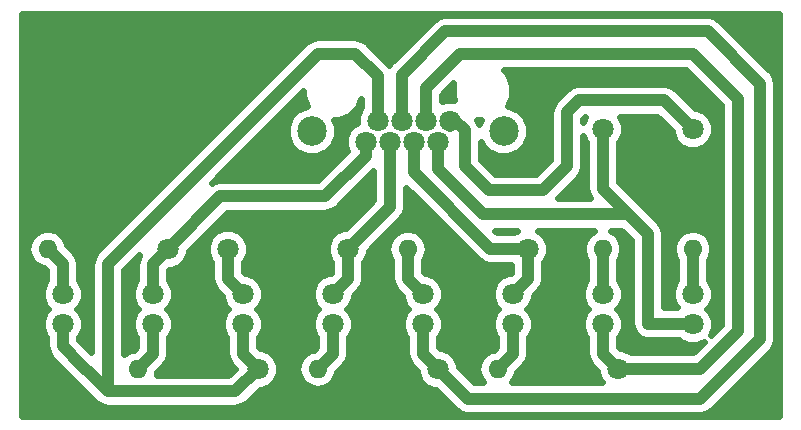
<source format=gbr>
G04 #@! TF.FileFunction,Copper,L2,Bot,Signal*
%FSLAX46Y46*%
G04 Gerber Fmt 4.6, Leading zero omitted, Abs format (unit mm)*
G04 Created by KiCad (PCBNEW 4.0.6+dfsg1-1) date Sun Nov 19 12:37:41 2017*
%MOMM*%
%LPD*%
G01*
G04 APERTURE LIST*
%ADD10C,0.100000*%
%ADD11C,1.800000*%
%ADD12C,2.499360*%
%ADD13O,1.600000X1.600000*%
%ADD14C,1.000000*%
%ADD15C,0.554000*%
G04 APERTURE END LIST*
D10*
D11*
X34287460Y25201880D03*
X36316920Y25201880D03*
X35303460Y23421340D03*
X33274000Y23421340D03*
X32258000Y25201880D03*
X31244540Y23421340D03*
X30228540Y25201880D03*
X29215080Y23421340D03*
D12*
X24645620Y24312880D03*
X40886380Y24312880D03*
D11*
X49276000Y8001000D03*
X49276000Y10541000D03*
X56896000Y8001000D03*
X56896000Y10541000D03*
X41656000Y10541000D03*
X41656000Y8001000D03*
X34036000Y8001000D03*
X34036000Y10541000D03*
X26416000Y10541000D03*
X26416000Y8001000D03*
X18796000Y8001000D03*
X18796000Y10541000D03*
X11176000Y10541000D03*
X11176000Y8001000D03*
X3556000Y8001000D03*
X3556000Y10541000D03*
X56896000Y24511000D03*
D13*
X56896000Y14351000D03*
D11*
X49276000Y24511000D03*
D13*
X49276000Y14351000D03*
D11*
X50546000Y4191000D03*
D13*
X40386000Y4191000D03*
D11*
X42926000Y14351000D03*
D13*
X32766000Y14351000D03*
D11*
X35306000Y4191000D03*
D13*
X25146000Y4191000D03*
D11*
X27686000Y14351000D03*
X17526000Y14351000D03*
X20066000Y4191000D03*
D13*
X9906000Y4191000D03*
D11*
X12446000Y14351000D03*
D13*
X2286000Y14351000D03*
D14*
X35303460Y23421340D02*
X35303460Y21084540D01*
X39116000Y17272000D02*
X51435000Y17272000D01*
X35303460Y21084540D02*
X39116000Y17272000D01*
X35303460Y23421340D02*
X35303460Y23243540D01*
X49276000Y24511000D02*
X49276000Y19431000D01*
X49911000Y18796000D02*
X51435000Y17272000D01*
X49276000Y19431000D02*
X49911000Y18796000D01*
X53086000Y8001000D02*
X56896000Y8001000D01*
X51435000Y17272000D02*
X53086000Y15621000D01*
X53086000Y15621000D02*
X53086000Y8001000D01*
X56896000Y14351000D02*
X56896000Y10541000D01*
X34287460Y25201880D02*
X34287460Y27937460D01*
X57531000Y4191000D02*
X50546000Y4191000D01*
X60706000Y7366000D02*
X57531000Y4191000D01*
X60706000Y27051000D02*
X60706000Y7366000D01*
X56896000Y30861000D02*
X60706000Y27051000D01*
X37211000Y30861000D02*
X56896000Y30861000D01*
X34287460Y27937460D02*
X37211000Y30861000D01*
X49276000Y8001000D02*
X49276000Y5461000D01*
X49276000Y5461000D02*
X50546000Y4191000D01*
X49276000Y14351000D02*
X49276000Y10541000D01*
X33274000Y23421340D02*
X33274000Y20828000D01*
X39751000Y14351000D02*
X42926000Y14351000D01*
X33274000Y20828000D02*
X39751000Y14351000D01*
X42926000Y14351000D02*
X42926000Y11811000D01*
X42926000Y11811000D02*
X41656000Y10541000D01*
X41656000Y8001000D02*
X41656000Y5461000D01*
X41656000Y5461000D02*
X40386000Y4191000D01*
X32258000Y25201880D02*
X32258000Y29083000D01*
X37846000Y1651000D02*
X35306000Y4191000D01*
X57531000Y1651000D02*
X37846000Y1651000D01*
X62611000Y6731000D02*
X57531000Y1651000D01*
X62611000Y28321000D02*
X62611000Y6731000D01*
X58166000Y32766000D02*
X62611000Y28321000D01*
X35941000Y32766000D02*
X58166000Y32766000D01*
X32258000Y29083000D02*
X35941000Y32766000D01*
X34036000Y8001000D02*
X34036000Y5461000D01*
X34036000Y5461000D02*
X35306000Y4191000D01*
X32766000Y14351000D02*
X32766000Y11811000D01*
X32766000Y11811000D02*
X34036000Y10541000D01*
X31244540Y23421340D02*
X31244540Y17909540D01*
X31244540Y17909540D02*
X27686000Y14351000D01*
X27686000Y14351000D02*
X27686000Y11811000D01*
X27686000Y11811000D02*
X26416000Y10541000D01*
X26416000Y8001000D02*
X26416000Y5461000D01*
X26416000Y5461000D02*
X25146000Y4191000D01*
X30228540Y25201880D02*
X30228540Y28953460D01*
X7366000Y13081000D02*
X7366000Y2286000D01*
X12446000Y18161000D02*
X7366000Y13081000D01*
X25146000Y30861000D02*
X12446000Y18161000D01*
X28321000Y30861000D02*
X25146000Y30861000D01*
X30228540Y28953460D02*
X28321000Y30861000D01*
X7366000Y2286000D02*
X7366000Y2921000D01*
X7366000Y2921000D02*
X7366000Y2286000D01*
X20066000Y4191000D02*
X18161000Y2286000D01*
X3556000Y6096000D02*
X3556000Y8001000D01*
X7366000Y2286000D02*
X7366000Y2286000D01*
X7366000Y2286000D02*
X6096000Y3556000D01*
X6096000Y3556000D02*
X5143500Y4508500D01*
X5143500Y4508500D02*
X3556000Y6096000D01*
X18161000Y2286000D02*
X7366000Y2286000D01*
X18796000Y8001000D02*
X18796000Y5461000D01*
X18796000Y5461000D02*
X20066000Y4191000D01*
X17526000Y14351000D02*
X17526000Y11811000D01*
X17526000Y11811000D02*
X18796000Y10541000D01*
X29215080Y23421340D02*
X29215080Y22230080D01*
X16891000Y18796000D02*
X12446000Y14351000D01*
X25781000Y18796000D02*
X16891000Y18796000D01*
X29215080Y22230080D02*
X25781000Y18796000D01*
X11176000Y10541000D02*
X11176000Y13081000D01*
X11176000Y13081000D02*
X12446000Y14351000D01*
X11176000Y8001000D02*
X11176000Y5461000D01*
X11176000Y5461000D02*
X9906000Y4191000D01*
X3556000Y10541000D02*
X3556000Y13081000D01*
X3556000Y13081000D02*
X2286000Y14351000D01*
X36316920Y25201880D02*
X36774120Y25201880D01*
X36774120Y25201880D02*
X37592000Y24384000D01*
X54483000Y26924000D02*
X56896000Y24511000D01*
X47244000Y26924000D02*
X54483000Y26924000D01*
X46228000Y25908000D02*
X47244000Y26924000D01*
X46228000Y21336000D02*
X46228000Y25908000D01*
X44196000Y19304000D02*
X46228000Y21336000D01*
X39624000Y19304000D02*
X44196000Y19304000D01*
X37592000Y21336000D02*
X39624000Y19304000D01*
X37592000Y24384000D02*
X37592000Y21336000D01*
X36316920Y25201880D02*
X36520120Y25201880D01*
X36316920Y25201880D02*
X36316920Y24770080D01*
D15*
G36*
X64239000Y150000D02*
X150000Y150000D01*
X150000Y14351000D01*
X576146Y14351000D01*
X703800Y13709240D01*
X1067328Y13165182D01*
X1611386Y12801654D01*
X1956652Y12732976D01*
X2179000Y12510628D01*
X2179000Y11677268D01*
X2050412Y11548904D01*
X1779310Y10896018D01*
X1778693Y10189084D01*
X2048655Y9535726D01*
X2312943Y9270976D01*
X2050412Y9008904D01*
X1779310Y8356018D01*
X1778693Y7649084D01*
X2048655Y6995726D01*
X2179000Y6865153D01*
X2179000Y6096000D01*
X2283818Y5569045D01*
X2582314Y5122314D01*
X6392314Y1312314D01*
X6839045Y1013818D01*
X7366000Y909000D01*
X18161000Y909000D01*
X18687955Y1013818D01*
X19134686Y1312314D01*
X20236224Y2413852D01*
X20417916Y2413693D01*
X21071274Y2683655D01*
X21571588Y3183096D01*
X21842690Y3835982D01*
X21843307Y4542916D01*
X21573345Y5196274D01*
X21073904Y5696588D01*
X20421018Y5967690D01*
X20236521Y5967851D01*
X20173000Y6031372D01*
X20173000Y6864732D01*
X20301588Y6993096D01*
X20572690Y7645982D01*
X20573307Y8352916D01*
X20303345Y9006274D01*
X20039057Y9271024D01*
X20301588Y9533096D01*
X20572690Y10185982D01*
X20573307Y10892916D01*
X20303345Y11546274D01*
X19803904Y12046588D01*
X19151018Y12317690D01*
X18966521Y12317851D01*
X18903000Y12381372D01*
X18903000Y13214732D01*
X19031588Y13343096D01*
X19302690Y13995982D01*
X19303307Y14702916D01*
X19033345Y15356274D01*
X18533904Y15856588D01*
X17881018Y16127690D01*
X17174084Y16128307D01*
X16520726Y15858345D01*
X16020412Y15358904D01*
X15749310Y14706018D01*
X15748693Y13999084D01*
X16018655Y13345726D01*
X16149000Y13215153D01*
X16149000Y11811000D01*
X16253818Y11284045D01*
X16552314Y10837314D01*
X17018852Y10370776D01*
X17018693Y10189084D01*
X17288655Y9535726D01*
X17552943Y9270976D01*
X17290412Y9008904D01*
X17019310Y8356018D01*
X17018693Y7649084D01*
X17288655Y6995726D01*
X17419000Y6865153D01*
X17419000Y5461000D01*
X17523818Y4934045D01*
X17822314Y4487314D01*
X18118628Y4191000D01*
X17590628Y3663000D01*
X11510828Y3663000D01*
X11556878Y3894506D01*
X12149686Y4487314D01*
X12448182Y4934045D01*
X12553000Y5461000D01*
X12553000Y6864732D01*
X12681588Y6993096D01*
X12952690Y7645982D01*
X12953307Y8352916D01*
X12683345Y9006274D01*
X12419057Y9271024D01*
X12681588Y9533096D01*
X12952690Y10185982D01*
X12953307Y10892916D01*
X12683345Y11546274D01*
X12553000Y11676847D01*
X12553000Y12510628D01*
X12616224Y12573852D01*
X12797916Y12573693D01*
X13451274Y12843655D01*
X13951588Y13343096D01*
X14222690Y13995982D01*
X14222851Y14180479D01*
X17461372Y17419000D01*
X25781000Y17419000D01*
X26307955Y17523818D01*
X26754686Y17822314D01*
X29867540Y20935168D01*
X29867540Y18479912D01*
X27515776Y16128148D01*
X27334084Y16128307D01*
X26680726Y15858345D01*
X26180412Y15358904D01*
X25909310Y14706018D01*
X25908693Y13999084D01*
X26178655Y13345726D01*
X26309000Y13215153D01*
X26309000Y12381372D01*
X26245776Y12318148D01*
X26064084Y12318307D01*
X25410726Y12048345D01*
X24910412Y11548904D01*
X24639310Y10896018D01*
X24638693Y10189084D01*
X24908655Y9535726D01*
X25172943Y9270976D01*
X24910412Y9008904D01*
X24639310Y8356018D01*
X24638693Y7649084D01*
X24908655Y6995726D01*
X25039000Y6865153D01*
X25039000Y6031372D01*
X24816652Y5809024D01*
X24471386Y5740346D01*
X23927328Y5376818D01*
X23563800Y4832760D01*
X23436146Y4191000D01*
X23563800Y3549240D01*
X23927328Y3005182D01*
X24471386Y2641654D01*
X25113146Y2514000D01*
X25178854Y2514000D01*
X25820614Y2641654D01*
X26364672Y3005182D01*
X26728200Y3549240D01*
X26796878Y3894506D01*
X27389686Y4487314D01*
X27688182Y4934045D01*
X27793000Y5461000D01*
X27793000Y6864732D01*
X27921588Y6993096D01*
X28192690Y7645982D01*
X28193307Y8352916D01*
X27923345Y9006274D01*
X27659057Y9271024D01*
X27921588Y9533096D01*
X28192690Y10185982D01*
X28192851Y10370479D01*
X28659686Y10837314D01*
X28958182Y11284045D01*
X29063000Y11811000D01*
X29063000Y13214732D01*
X29191588Y13343096D01*
X29462690Y13995982D01*
X29462851Y14180479D01*
X32218226Y16935854D01*
X32516722Y17382585D01*
X32621540Y17909540D01*
X32621540Y19533088D01*
X38777314Y13377314D01*
X39224045Y13078818D01*
X39751000Y12974000D01*
X41549000Y12974000D01*
X41549000Y12381372D01*
X41485776Y12318148D01*
X41304084Y12318307D01*
X40650726Y12048345D01*
X40150412Y11548904D01*
X39879310Y10896018D01*
X39878693Y10189084D01*
X40148655Y9535726D01*
X40412943Y9270976D01*
X40150412Y9008904D01*
X39879310Y8356018D01*
X39878693Y7649084D01*
X40148655Y6995726D01*
X40279000Y6865153D01*
X40279000Y6031372D01*
X40056652Y5809024D01*
X39711386Y5740346D01*
X39167328Y5376818D01*
X38803800Y4832760D01*
X38676146Y4191000D01*
X38803800Y3549240D01*
X39152081Y3028000D01*
X38416372Y3028000D01*
X37083148Y4361224D01*
X37083307Y4542916D01*
X36813345Y5196274D01*
X36313904Y5696588D01*
X35661018Y5967690D01*
X35476521Y5967851D01*
X35413000Y6031372D01*
X35413000Y6864732D01*
X35541588Y6993096D01*
X35812690Y7645982D01*
X35813307Y8352916D01*
X35543345Y9006274D01*
X35279057Y9271024D01*
X35541588Y9533096D01*
X35812690Y10185982D01*
X35813307Y10892916D01*
X35543345Y11546274D01*
X35043904Y12046588D01*
X34391018Y12317690D01*
X34206521Y12317851D01*
X34143000Y12381372D01*
X34143000Y13402137D01*
X34348200Y13709240D01*
X34475854Y14351000D01*
X34348200Y14992760D01*
X33984672Y15536818D01*
X33440614Y15900346D01*
X32798854Y16028000D01*
X32733146Y16028000D01*
X32091386Y15900346D01*
X31547328Y15536818D01*
X31183800Y14992760D01*
X31056146Y14351000D01*
X31183800Y13709240D01*
X31389000Y13402137D01*
X31389000Y11811000D01*
X31493818Y11284045D01*
X31792314Y10837314D01*
X32258852Y10370776D01*
X32258693Y10189084D01*
X32528655Y9535726D01*
X32792943Y9270976D01*
X32530412Y9008904D01*
X32259310Y8356018D01*
X32258693Y7649084D01*
X32528655Y6995726D01*
X32659000Y6865153D01*
X32659000Y5461000D01*
X32763818Y4934045D01*
X33062314Y4487314D01*
X33528852Y4020776D01*
X33528693Y3839084D01*
X33798655Y3185726D01*
X34298096Y2685412D01*
X34950982Y2414310D01*
X35135479Y2414149D01*
X36872314Y677314D01*
X37319045Y378818D01*
X37846000Y274000D01*
X57531000Y274000D01*
X58057955Y378818D01*
X58504686Y677314D01*
X63584686Y5757314D01*
X63883182Y6204045D01*
X63988000Y6731000D01*
X63988000Y28321000D01*
X63883182Y28847955D01*
X63584686Y29294686D01*
X59139686Y33739686D01*
X58692955Y34038182D01*
X58166000Y34143000D01*
X35941000Y34143000D01*
X35414045Y34038182D01*
X34967314Y33739686D01*
X31284314Y30056686D01*
X31199548Y29929824D01*
X29294686Y31834686D01*
X28847955Y32133182D01*
X28321000Y32238000D01*
X25146000Y32238000D01*
X24619045Y32133182D01*
X24172314Y31834686D01*
X6392314Y14054686D01*
X6093818Y13607955D01*
X5989000Y13081000D01*
X5989000Y5610372D01*
X4933000Y6666372D01*
X4933000Y6864732D01*
X5061588Y6993096D01*
X5332690Y7645982D01*
X5333307Y8352916D01*
X5063345Y9006274D01*
X4799057Y9271024D01*
X5061588Y9533096D01*
X5332690Y10185982D01*
X5333307Y10892916D01*
X5063345Y11546274D01*
X4933000Y11676847D01*
X4933000Y13081000D01*
X4828182Y13607955D01*
X4529686Y14054686D01*
X3936878Y14647494D01*
X3868200Y14992760D01*
X3504672Y15536818D01*
X2960614Y15900346D01*
X2318854Y16028000D01*
X2253146Y16028000D01*
X1611386Y15900346D01*
X1067328Y15536818D01*
X703800Y14992760D01*
X576146Y14351000D01*
X150000Y14351000D01*
X150000Y34267000D01*
X64239000Y34267000D01*
X64239000Y150000D01*
X64239000Y150000D01*
G37*
X64239000Y150000D02*
X150000Y150000D01*
X150000Y14351000D01*
X576146Y14351000D01*
X703800Y13709240D01*
X1067328Y13165182D01*
X1611386Y12801654D01*
X1956652Y12732976D01*
X2179000Y12510628D01*
X2179000Y11677268D01*
X2050412Y11548904D01*
X1779310Y10896018D01*
X1778693Y10189084D01*
X2048655Y9535726D01*
X2312943Y9270976D01*
X2050412Y9008904D01*
X1779310Y8356018D01*
X1778693Y7649084D01*
X2048655Y6995726D01*
X2179000Y6865153D01*
X2179000Y6096000D01*
X2283818Y5569045D01*
X2582314Y5122314D01*
X6392314Y1312314D01*
X6839045Y1013818D01*
X7366000Y909000D01*
X18161000Y909000D01*
X18687955Y1013818D01*
X19134686Y1312314D01*
X20236224Y2413852D01*
X20417916Y2413693D01*
X21071274Y2683655D01*
X21571588Y3183096D01*
X21842690Y3835982D01*
X21843307Y4542916D01*
X21573345Y5196274D01*
X21073904Y5696588D01*
X20421018Y5967690D01*
X20236521Y5967851D01*
X20173000Y6031372D01*
X20173000Y6864732D01*
X20301588Y6993096D01*
X20572690Y7645982D01*
X20573307Y8352916D01*
X20303345Y9006274D01*
X20039057Y9271024D01*
X20301588Y9533096D01*
X20572690Y10185982D01*
X20573307Y10892916D01*
X20303345Y11546274D01*
X19803904Y12046588D01*
X19151018Y12317690D01*
X18966521Y12317851D01*
X18903000Y12381372D01*
X18903000Y13214732D01*
X19031588Y13343096D01*
X19302690Y13995982D01*
X19303307Y14702916D01*
X19033345Y15356274D01*
X18533904Y15856588D01*
X17881018Y16127690D01*
X17174084Y16128307D01*
X16520726Y15858345D01*
X16020412Y15358904D01*
X15749310Y14706018D01*
X15748693Y13999084D01*
X16018655Y13345726D01*
X16149000Y13215153D01*
X16149000Y11811000D01*
X16253818Y11284045D01*
X16552314Y10837314D01*
X17018852Y10370776D01*
X17018693Y10189084D01*
X17288655Y9535726D01*
X17552943Y9270976D01*
X17290412Y9008904D01*
X17019310Y8356018D01*
X17018693Y7649084D01*
X17288655Y6995726D01*
X17419000Y6865153D01*
X17419000Y5461000D01*
X17523818Y4934045D01*
X17822314Y4487314D01*
X18118628Y4191000D01*
X17590628Y3663000D01*
X11510828Y3663000D01*
X11556878Y3894506D01*
X12149686Y4487314D01*
X12448182Y4934045D01*
X12553000Y5461000D01*
X12553000Y6864732D01*
X12681588Y6993096D01*
X12952690Y7645982D01*
X12953307Y8352916D01*
X12683345Y9006274D01*
X12419057Y9271024D01*
X12681588Y9533096D01*
X12952690Y10185982D01*
X12953307Y10892916D01*
X12683345Y11546274D01*
X12553000Y11676847D01*
X12553000Y12510628D01*
X12616224Y12573852D01*
X12797916Y12573693D01*
X13451274Y12843655D01*
X13951588Y13343096D01*
X14222690Y13995982D01*
X14222851Y14180479D01*
X17461372Y17419000D01*
X25781000Y17419000D01*
X26307955Y17523818D01*
X26754686Y17822314D01*
X29867540Y20935168D01*
X29867540Y18479912D01*
X27515776Y16128148D01*
X27334084Y16128307D01*
X26680726Y15858345D01*
X26180412Y15358904D01*
X25909310Y14706018D01*
X25908693Y13999084D01*
X26178655Y13345726D01*
X26309000Y13215153D01*
X26309000Y12381372D01*
X26245776Y12318148D01*
X26064084Y12318307D01*
X25410726Y12048345D01*
X24910412Y11548904D01*
X24639310Y10896018D01*
X24638693Y10189084D01*
X24908655Y9535726D01*
X25172943Y9270976D01*
X24910412Y9008904D01*
X24639310Y8356018D01*
X24638693Y7649084D01*
X24908655Y6995726D01*
X25039000Y6865153D01*
X25039000Y6031372D01*
X24816652Y5809024D01*
X24471386Y5740346D01*
X23927328Y5376818D01*
X23563800Y4832760D01*
X23436146Y4191000D01*
X23563800Y3549240D01*
X23927328Y3005182D01*
X24471386Y2641654D01*
X25113146Y2514000D01*
X25178854Y2514000D01*
X25820614Y2641654D01*
X26364672Y3005182D01*
X26728200Y3549240D01*
X26796878Y3894506D01*
X27389686Y4487314D01*
X27688182Y4934045D01*
X27793000Y5461000D01*
X27793000Y6864732D01*
X27921588Y6993096D01*
X28192690Y7645982D01*
X28193307Y8352916D01*
X27923345Y9006274D01*
X27659057Y9271024D01*
X27921588Y9533096D01*
X28192690Y10185982D01*
X28192851Y10370479D01*
X28659686Y10837314D01*
X28958182Y11284045D01*
X29063000Y11811000D01*
X29063000Y13214732D01*
X29191588Y13343096D01*
X29462690Y13995982D01*
X29462851Y14180479D01*
X32218226Y16935854D01*
X32516722Y17382585D01*
X32621540Y17909540D01*
X32621540Y19533088D01*
X38777314Y13377314D01*
X39224045Y13078818D01*
X39751000Y12974000D01*
X41549000Y12974000D01*
X41549000Y12381372D01*
X41485776Y12318148D01*
X41304084Y12318307D01*
X40650726Y12048345D01*
X40150412Y11548904D01*
X39879310Y10896018D01*
X39878693Y10189084D01*
X40148655Y9535726D01*
X40412943Y9270976D01*
X40150412Y9008904D01*
X39879310Y8356018D01*
X39878693Y7649084D01*
X40148655Y6995726D01*
X40279000Y6865153D01*
X40279000Y6031372D01*
X40056652Y5809024D01*
X39711386Y5740346D01*
X39167328Y5376818D01*
X38803800Y4832760D01*
X38676146Y4191000D01*
X38803800Y3549240D01*
X39152081Y3028000D01*
X38416372Y3028000D01*
X37083148Y4361224D01*
X37083307Y4542916D01*
X36813345Y5196274D01*
X36313904Y5696588D01*
X35661018Y5967690D01*
X35476521Y5967851D01*
X35413000Y6031372D01*
X35413000Y6864732D01*
X35541588Y6993096D01*
X35812690Y7645982D01*
X35813307Y8352916D01*
X35543345Y9006274D01*
X35279057Y9271024D01*
X35541588Y9533096D01*
X35812690Y10185982D01*
X35813307Y10892916D01*
X35543345Y11546274D01*
X35043904Y12046588D01*
X34391018Y12317690D01*
X34206521Y12317851D01*
X34143000Y12381372D01*
X34143000Y13402137D01*
X34348200Y13709240D01*
X34475854Y14351000D01*
X34348200Y14992760D01*
X33984672Y15536818D01*
X33440614Y15900346D01*
X32798854Y16028000D01*
X32733146Y16028000D01*
X32091386Y15900346D01*
X31547328Y15536818D01*
X31183800Y14992760D01*
X31056146Y14351000D01*
X31183800Y13709240D01*
X31389000Y13402137D01*
X31389000Y11811000D01*
X31493818Y11284045D01*
X31792314Y10837314D01*
X32258852Y10370776D01*
X32258693Y10189084D01*
X32528655Y9535726D01*
X32792943Y9270976D01*
X32530412Y9008904D01*
X32259310Y8356018D01*
X32258693Y7649084D01*
X32528655Y6995726D01*
X32659000Y6865153D01*
X32659000Y5461000D01*
X32763818Y4934045D01*
X33062314Y4487314D01*
X33528852Y4020776D01*
X33528693Y3839084D01*
X33798655Y3185726D01*
X34298096Y2685412D01*
X34950982Y2414310D01*
X35135479Y2414149D01*
X36872314Y677314D01*
X37319045Y378818D01*
X37846000Y274000D01*
X57531000Y274000D01*
X58057955Y378818D01*
X58504686Y677314D01*
X63584686Y5757314D01*
X63883182Y6204045D01*
X63988000Y6731000D01*
X63988000Y28321000D01*
X63883182Y28847955D01*
X63584686Y29294686D01*
X59139686Y33739686D01*
X58692955Y34038182D01*
X58166000Y34143000D01*
X35941000Y34143000D01*
X35414045Y34038182D01*
X34967314Y33739686D01*
X31284314Y30056686D01*
X31199548Y29929824D01*
X29294686Y31834686D01*
X28847955Y32133182D01*
X28321000Y32238000D01*
X25146000Y32238000D01*
X24619045Y32133182D01*
X24172314Y31834686D01*
X6392314Y14054686D01*
X6093818Y13607955D01*
X5989000Y13081000D01*
X5989000Y5610372D01*
X4933000Y6666372D01*
X4933000Y6864732D01*
X5061588Y6993096D01*
X5332690Y7645982D01*
X5333307Y8352916D01*
X5063345Y9006274D01*
X4799057Y9271024D01*
X5061588Y9533096D01*
X5332690Y10185982D01*
X5333307Y10892916D01*
X5063345Y11546274D01*
X4933000Y11676847D01*
X4933000Y13081000D01*
X4828182Y13607955D01*
X4529686Y14054686D01*
X3936878Y14647494D01*
X3868200Y14992760D01*
X3504672Y15536818D01*
X2960614Y15900346D01*
X2318854Y16028000D01*
X2253146Y16028000D01*
X1611386Y15900346D01*
X1067328Y15536818D01*
X703800Y14992760D01*
X576146Y14351000D01*
X150000Y14351000D01*
X150000Y34267000D01*
X64239000Y34267000D01*
X64239000Y150000D01*
G36*
X48090182Y15569672D02*
X47726654Y15025614D01*
X47599000Y14383854D01*
X47599000Y14318146D01*
X47726654Y13676386D01*
X47899000Y13418452D01*
X47899000Y11677268D01*
X47770412Y11548904D01*
X47499310Y10896018D01*
X47498693Y10189084D01*
X47768655Y9535726D01*
X48032943Y9270976D01*
X47770412Y9008904D01*
X47499310Y8356018D01*
X47498693Y7649084D01*
X47768655Y6995726D01*
X47899000Y6865153D01*
X47899000Y5461000D01*
X48003818Y4934045D01*
X48302314Y4487314D01*
X48768852Y4020776D01*
X48768693Y3839084D01*
X49038655Y3185726D01*
X49196106Y3028000D01*
X41619919Y3028000D01*
X41968200Y3549240D01*
X42036878Y3894506D01*
X42629686Y4487314D01*
X42928182Y4934045D01*
X43033000Y5461000D01*
X43033000Y6864732D01*
X43161588Y6993096D01*
X43432690Y7645982D01*
X43433307Y8352916D01*
X43163345Y9006274D01*
X42899057Y9271024D01*
X43161588Y9533096D01*
X43432690Y10185982D01*
X43432851Y10370479D01*
X43899686Y10837314D01*
X44198182Y11284045D01*
X44303000Y11811000D01*
X44303000Y13214732D01*
X44431588Y13343096D01*
X44702690Y13995982D01*
X44703307Y14702916D01*
X44433345Y15356274D01*
X43933904Y15856588D01*
X43841398Y15895000D01*
X48577070Y15895000D01*
X48090182Y15569672D01*
X48090182Y15569672D01*
G37*
X48090182Y15569672D02*
X47726654Y15025614D01*
X47599000Y14383854D01*
X47599000Y14318146D01*
X47726654Y13676386D01*
X47899000Y13418452D01*
X47899000Y11677268D01*
X47770412Y11548904D01*
X47499310Y10896018D01*
X47498693Y10189084D01*
X47768655Y9535726D01*
X48032943Y9270976D01*
X47770412Y9008904D01*
X47499310Y8356018D01*
X47498693Y7649084D01*
X47768655Y6995726D01*
X47899000Y6865153D01*
X47899000Y5461000D01*
X48003818Y4934045D01*
X48302314Y4487314D01*
X48768852Y4020776D01*
X48768693Y3839084D01*
X49038655Y3185726D01*
X49196106Y3028000D01*
X41619919Y3028000D01*
X41968200Y3549240D01*
X42036878Y3894506D01*
X42629686Y4487314D01*
X42928182Y4934045D01*
X43033000Y5461000D01*
X43033000Y6864732D01*
X43161588Y6993096D01*
X43432690Y7645982D01*
X43433307Y8352916D01*
X43163345Y9006274D01*
X42899057Y9271024D01*
X43161588Y9533096D01*
X43432690Y10185982D01*
X43432851Y10370479D01*
X43899686Y10837314D01*
X44198182Y11284045D01*
X44303000Y11811000D01*
X44303000Y13214732D01*
X44431588Y13343096D01*
X44702690Y13995982D01*
X44703307Y14702916D01*
X44433345Y15356274D01*
X43933904Y15856588D01*
X43841398Y15895000D01*
X48577070Y15895000D01*
X48090182Y15569672D01*
G36*
X9903818Y13607955D02*
X9799000Y13081000D01*
X9799000Y11677268D01*
X9670412Y11548904D01*
X9399310Y10896018D01*
X9398693Y10189084D01*
X9668655Y9535726D01*
X9932943Y9270976D01*
X9670412Y9008904D01*
X9399310Y8356018D01*
X9398693Y7649084D01*
X9668655Y6995726D01*
X9799000Y6865153D01*
X9799000Y6031372D01*
X9576652Y5809024D01*
X9231386Y5740346D01*
X8743000Y5414017D01*
X8743000Y12510628D01*
X10031668Y13799296D01*
X9903818Y13607955D01*
X9903818Y13607955D01*
G37*
X9903818Y13607955D02*
X9799000Y13081000D01*
X9799000Y11677268D01*
X9670412Y11548904D01*
X9399310Y10896018D01*
X9398693Y10189084D01*
X9668655Y9535726D01*
X9932943Y9270976D01*
X9670412Y9008904D01*
X9399310Y8356018D01*
X9398693Y7649084D01*
X9668655Y6995726D01*
X9799000Y6865153D01*
X9799000Y6031372D01*
X9576652Y5809024D01*
X9231386Y5740346D01*
X8743000Y5414017D01*
X8743000Y12510628D01*
X10031668Y13799296D01*
X9903818Y13607955D01*
G36*
X51709000Y15050628D02*
X51709000Y8001000D01*
X51813818Y7474045D01*
X52112314Y7027314D01*
X52559045Y6728818D01*
X53086000Y6624000D01*
X55759732Y6624000D01*
X55888096Y6495412D01*
X56540982Y6224310D01*
X57247916Y6223693D01*
X57875727Y6483099D01*
X56960628Y5568000D01*
X51682268Y5568000D01*
X51553904Y5696588D01*
X50901018Y5967690D01*
X50716521Y5967851D01*
X50653000Y6031372D01*
X50653000Y6864732D01*
X50781588Y6993096D01*
X51052690Y7645982D01*
X51053307Y8352916D01*
X50783345Y9006274D01*
X50519057Y9271024D01*
X50781588Y9533096D01*
X51052690Y10185982D01*
X51053307Y10892916D01*
X50783345Y11546274D01*
X50653000Y11676847D01*
X50653000Y13418452D01*
X50825346Y13676386D01*
X50953000Y14318146D01*
X50953000Y14383854D01*
X50825346Y15025614D01*
X50461818Y15569672D01*
X49974930Y15895000D01*
X50864628Y15895000D01*
X51709000Y15050628D01*
X51709000Y15050628D01*
G37*
X51709000Y15050628D02*
X51709000Y8001000D01*
X51813818Y7474045D01*
X52112314Y7027314D01*
X52559045Y6728818D01*
X53086000Y6624000D01*
X55759732Y6624000D01*
X55888096Y6495412D01*
X56540982Y6224310D01*
X57247916Y6223693D01*
X57875727Y6483099D01*
X56960628Y5568000D01*
X51682268Y5568000D01*
X51553904Y5696588D01*
X50901018Y5967690D01*
X50716521Y5967851D01*
X50653000Y6031372D01*
X50653000Y6864732D01*
X50781588Y6993096D01*
X51052690Y7645982D01*
X51053307Y8352916D01*
X50783345Y9006274D01*
X50519057Y9271024D01*
X50781588Y9533096D01*
X51052690Y10185982D01*
X51053307Y10892916D01*
X50783345Y11546274D01*
X50653000Y11676847D01*
X50653000Y13418452D01*
X50825346Y13676386D01*
X50953000Y14318146D01*
X50953000Y14383854D01*
X50825346Y15025614D01*
X50461818Y15569672D01*
X49974930Y15895000D01*
X50864628Y15895000D01*
X51709000Y15050628D01*
G36*
X59329000Y26480628D02*
X59329000Y7936372D01*
X58412853Y7020225D01*
X58672690Y7645982D01*
X58673307Y8352916D01*
X58403345Y9006274D01*
X58139057Y9271024D01*
X58401588Y9533096D01*
X58672690Y10185982D01*
X58673307Y10892916D01*
X58403345Y11546274D01*
X58273000Y11676847D01*
X58273000Y13418452D01*
X58445346Y13676386D01*
X58573000Y14318146D01*
X58573000Y14383854D01*
X58445346Y15025614D01*
X58081818Y15569672D01*
X57537760Y15933200D01*
X56896000Y16060854D01*
X56254240Y15933200D01*
X55710182Y15569672D01*
X55346654Y15025614D01*
X55219000Y14383854D01*
X55219000Y14318146D01*
X55346654Y13676386D01*
X55519000Y13418452D01*
X55519000Y11677268D01*
X55390412Y11548904D01*
X55119310Y10896018D01*
X55118693Y10189084D01*
X55388655Y9535726D01*
X55546106Y9378000D01*
X54463000Y9378000D01*
X54463000Y15621000D01*
X54358182Y16147955D01*
X54059686Y16594686D01*
X50653000Y20001372D01*
X50653000Y23374732D01*
X50781588Y23503096D01*
X51052690Y24155982D01*
X51053307Y24862916D01*
X50783345Y25516274D01*
X50752673Y25547000D01*
X53912628Y25547000D01*
X55118852Y24340776D01*
X55118693Y24159084D01*
X55388655Y23505726D01*
X55888096Y23005412D01*
X56540982Y22734310D01*
X57247916Y22733693D01*
X57901274Y23003655D01*
X58401588Y23503096D01*
X58672690Y24155982D01*
X58673307Y24862916D01*
X58403345Y25516274D01*
X57903904Y26016588D01*
X57251018Y26287690D01*
X57066521Y26287851D01*
X55456686Y27897686D01*
X55009955Y28196182D01*
X54483000Y28301000D01*
X47244000Y28301000D01*
X46717045Y28196182D01*
X46270314Y27897686D01*
X45254314Y26881686D01*
X44955818Y26434955D01*
X44851000Y25908000D01*
X44851000Y21906372D01*
X43625628Y20681000D01*
X40194372Y20681000D01*
X38969000Y21906372D01*
X38969000Y23384277D01*
X39082417Y23109786D01*
X39680140Y22511020D01*
X40461501Y22186570D01*
X41307547Y22185832D01*
X42089474Y22508917D01*
X42688240Y23106640D01*
X43012690Y23888001D01*
X43013428Y24734047D01*
X42690343Y25515974D01*
X42092620Y26114740D01*
X41311259Y26439190D01*
X41274704Y26439222D01*
X41608005Y27241898D01*
X41608874Y28237494D01*
X41228678Y29157637D01*
X40902884Y29484000D01*
X56325628Y29484000D01*
X59329000Y26480628D01*
X59329000Y26480628D01*
G37*
X59329000Y26480628D02*
X59329000Y7936372D01*
X58412853Y7020225D01*
X58672690Y7645982D01*
X58673307Y8352916D01*
X58403345Y9006274D01*
X58139057Y9271024D01*
X58401588Y9533096D01*
X58672690Y10185982D01*
X58673307Y10892916D01*
X58403345Y11546274D01*
X58273000Y11676847D01*
X58273000Y13418452D01*
X58445346Y13676386D01*
X58573000Y14318146D01*
X58573000Y14383854D01*
X58445346Y15025614D01*
X58081818Y15569672D01*
X57537760Y15933200D01*
X56896000Y16060854D01*
X56254240Y15933200D01*
X55710182Y15569672D01*
X55346654Y15025614D01*
X55219000Y14383854D01*
X55219000Y14318146D01*
X55346654Y13676386D01*
X55519000Y13418452D01*
X55519000Y11677268D01*
X55390412Y11548904D01*
X55119310Y10896018D01*
X55118693Y10189084D01*
X55388655Y9535726D01*
X55546106Y9378000D01*
X54463000Y9378000D01*
X54463000Y15621000D01*
X54358182Y16147955D01*
X54059686Y16594686D01*
X50653000Y20001372D01*
X50653000Y23374732D01*
X50781588Y23503096D01*
X51052690Y24155982D01*
X51053307Y24862916D01*
X50783345Y25516274D01*
X50752673Y25547000D01*
X53912628Y25547000D01*
X55118852Y24340776D01*
X55118693Y24159084D01*
X55388655Y23505726D01*
X55888096Y23005412D01*
X56540982Y22734310D01*
X57247916Y22733693D01*
X57901274Y23003655D01*
X58401588Y23503096D01*
X58672690Y24155982D01*
X58673307Y24862916D01*
X58403345Y25516274D01*
X57903904Y26016588D01*
X57251018Y26287690D01*
X57066521Y26287851D01*
X55456686Y27897686D01*
X55009955Y28196182D01*
X54483000Y28301000D01*
X47244000Y28301000D01*
X46717045Y28196182D01*
X46270314Y27897686D01*
X45254314Y26881686D01*
X44955818Y26434955D01*
X44851000Y25908000D01*
X44851000Y21906372D01*
X43625628Y20681000D01*
X40194372Y20681000D01*
X38969000Y21906372D01*
X38969000Y23384277D01*
X39082417Y23109786D01*
X39680140Y22511020D01*
X40461501Y22186570D01*
X41307547Y22185832D01*
X42089474Y22508917D01*
X42688240Y23106640D01*
X43012690Y23888001D01*
X43013428Y24734047D01*
X42690343Y25515974D01*
X42092620Y26114740D01*
X41311259Y26439190D01*
X41274704Y26439222D01*
X41608005Y27241898D01*
X41608874Y28237494D01*
X41228678Y29157637D01*
X40902884Y29484000D01*
X56325628Y29484000D01*
X59329000Y26480628D01*
G36*
X41920726Y15858345D02*
X41790153Y15728000D01*
X40321372Y15728000D01*
X40154372Y15895000D01*
X42009438Y15895000D01*
X41920726Y15858345D01*
X41920726Y15858345D01*
G37*
X41920726Y15858345D02*
X41790153Y15728000D01*
X40321372Y15728000D01*
X40154372Y15895000D01*
X42009438Y15895000D01*
X41920726Y15858345D01*
G36*
X47768655Y23505726D02*
X47899000Y23375153D01*
X47899000Y19431000D01*
X48003818Y18904045D01*
X48174234Y18649000D01*
X45488372Y18649000D01*
X47201686Y20362314D01*
X47500182Y20809045D01*
X47605000Y21336000D01*
X47605000Y23901801D01*
X47768655Y23505726D01*
X47768655Y23505726D01*
G37*
X47768655Y23505726D02*
X47899000Y23375153D01*
X47899000Y19431000D01*
X48003818Y18904045D01*
X48174234Y18649000D01*
X45488372Y18649000D01*
X47201686Y20362314D01*
X47500182Y20809045D01*
X47605000Y21336000D01*
X47605000Y23901801D01*
X47768655Y23505726D01*
G36*
X23923126Y27246266D02*
X24256310Y26439900D01*
X24224453Y26439928D01*
X23442526Y26116843D01*
X22843760Y25519120D01*
X22519310Y24737759D01*
X22518572Y23891713D01*
X22841657Y23109786D01*
X23439380Y22511020D01*
X24220741Y22186570D01*
X25066787Y22185832D01*
X25848714Y22508917D01*
X26447480Y23106640D01*
X26771930Y23888001D01*
X26772668Y24734047D01*
X26563961Y25239158D01*
X26921774Y25238846D01*
X27841917Y25619042D01*
X28546524Y26322420D01*
X28851540Y27056979D01*
X28851540Y26338148D01*
X28722952Y26209784D01*
X28451850Y25556898D01*
X28451389Y25028505D01*
X28209806Y24928685D01*
X27709492Y24429244D01*
X27438390Y23776358D01*
X27437773Y23069424D01*
X27633458Y22595830D01*
X25210628Y20173000D01*
X16891000Y20173000D01*
X16364045Y20068182D01*
X16172704Y19940332D01*
X23923514Y27691142D01*
X23923126Y27246266D01*
X23923126Y27246266D01*
G37*
X23923126Y27246266D02*
X24256310Y26439900D01*
X24224453Y26439928D01*
X23442526Y26116843D01*
X22843760Y25519120D01*
X22519310Y24737759D01*
X22518572Y23891713D01*
X22841657Y23109786D01*
X23439380Y22511020D01*
X24220741Y22186570D01*
X25066787Y22185832D01*
X25848714Y22508917D01*
X26447480Y23106640D01*
X26771930Y23888001D01*
X26772668Y24734047D01*
X26563961Y25239158D01*
X26921774Y25238846D01*
X27841917Y25619042D01*
X28546524Y26322420D01*
X28851540Y27056979D01*
X28851540Y26338148D01*
X28722952Y26209784D01*
X28451850Y25556898D01*
X28451389Y25028505D01*
X28209806Y24928685D01*
X27709492Y24429244D01*
X27438390Y23776358D01*
X27437773Y23069424D01*
X27633458Y22595830D01*
X25210628Y20173000D01*
X16891000Y20173000D01*
X16364045Y20068182D01*
X16172704Y19940332D01*
X23923514Y27691142D01*
X23923126Y27246266D01*
G36*
X38968369Y25239399D02*
X38844327Y24940671D01*
X38644534Y25239681D01*
X38968369Y25239399D01*
X38968369Y25239399D01*
G37*
X38968369Y25239399D02*
X38844327Y24940671D01*
X38644534Y25239681D01*
X38968369Y25239399D01*
G36*
X47605000Y25120548D02*
X47605000Y25337628D01*
X47759147Y25491775D01*
X47605000Y25120548D01*
X47605000Y25120548D01*
G37*
X47605000Y25120548D02*
X47605000Y25337628D01*
X47759147Y25491775D01*
X47605000Y25120548D01*
G36*
X36603675Y28241862D02*
X36602806Y27246266D01*
X36722006Y26957780D01*
X36671938Y26978570D01*
X35965004Y26979187D01*
X35664460Y26855005D01*
X35664460Y27367088D01*
X36649434Y28352062D01*
X36603675Y28241862D01*
X36603675Y28241862D01*
G37*
X36603675Y28241862D02*
X36602806Y27246266D01*
X36722006Y26957780D01*
X36671938Y26978570D01*
X35965004Y26979187D01*
X35664460Y26855005D01*
X35664460Y27367088D01*
X36649434Y28352062D01*
X36603675Y28241862D01*
M02*

</source>
